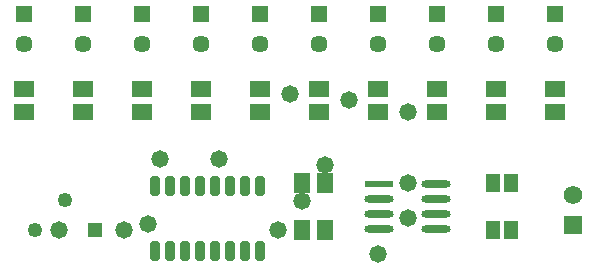
<source format=gts>
G04*
G04 #@! TF.GenerationSoftware,Altium Limited,Altium Designer,25.1.2 (22)*
G04*
G04 Layer_Color=8388736*
%FSLAX44Y44*%
%MOMM*%
G71*
G04*
G04 #@! TF.SameCoordinates,AD346B73-5CDA-477C-9317-97912F4A6BFF*
G04*
G04*
G04 #@! TF.FilePolarity,Negative*
G04*
G01*
G75*
G04:AMPARAMS|DCode=15|XSize=2.4692mm|YSize=0.6221mm|CornerRadius=0.3111mm|HoleSize=0mm|Usage=FLASHONLY|Rotation=0.000|XOffset=0mm|YOffset=0mm|HoleType=Round|Shape=RoundedRectangle|*
%AMROUNDEDRECTD15*
21,1,2.4692,0.0000,0,0,0.0*
21,1,1.8470,0.6221,0,0,0.0*
1,1,0.6221,0.9235,0.0000*
1,1,0.6221,-0.9235,0.0000*
1,1,0.6221,-0.9235,0.0000*
1,1,0.6221,0.9235,0.0000*
%
%ADD15ROUNDEDRECTD15*%
%ADD16R,2.4692X0.6221*%
%ADD20R,1.2032X1.5032*%
%ADD21R,1.6532X1.4032*%
%ADD22R,1.4032X1.6532*%
G04:AMPARAMS|DCode=23|XSize=0.8032mm|YSize=1.6532mm|CornerRadius=0.1526mm|HoleSize=0mm|Usage=FLASHONLY|Rotation=0.000|XOffset=0mm|YOffset=0mm|HoleType=Round|Shape=RoundedRectangle|*
%AMROUNDEDRECTD23*
21,1,0.8032,1.3480,0,0,0.0*
21,1,0.4980,1.6532,0,0,0.0*
1,1,0.3052,0.2490,-0.6740*
1,1,0.3052,-0.2490,-0.6740*
1,1,0.3052,-0.2490,0.6740*
1,1,0.3052,0.2490,0.6740*
%
%ADD23ROUNDEDRECTD23*%
%ADD24C,1.4500*%
%ADD25R,1.4500X1.4500*%
%ADD26C,1.5700*%
%ADD27R,1.5700X1.5700*%
%ADD28C,1.2500*%
%ADD29R,1.2500X1.2500*%
%ADD30C,1.4732*%
D15*
X379136Y99050D02*
D03*
Y86350D02*
D03*
Y73650D02*
D03*
Y60950D02*
D03*
X330864D02*
D03*
Y73650D02*
D03*
Y86350D02*
D03*
D16*
Y99050D02*
D03*
D20*
X442500Y100000D02*
D03*
X427500D02*
D03*
X442500Y60000D02*
D03*
X427500D02*
D03*
D21*
X30000Y180000D02*
D03*
Y160000D02*
D03*
X80000Y180000D02*
D03*
Y160000D02*
D03*
X130000Y180000D02*
D03*
Y160000D02*
D03*
X180000Y180000D02*
D03*
Y160000D02*
D03*
X230000Y180000D02*
D03*
Y160000D02*
D03*
X280000Y180000D02*
D03*
Y160000D02*
D03*
X330000Y180000D02*
D03*
Y160000D02*
D03*
X380000Y180000D02*
D03*
Y160000D02*
D03*
X430000Y180000D02*
D03*
Y160000D02*
D03*
X480000Y180000D02*
D03*
Y160000D02*
D03*
D22*
X285000Y100000D02*
D03*
X265000D02*
D03*
Y60000D02*
D03*
X285000D02*
D03*
D23*
X229450Y97250D02*
D03*
X216750D02*
D03*
X204050D02*
D03*
X191350D02*
D03*
X178650D02*
D03*
X165950D02*
D03*
X153250D02*
D03*
X140550D02*
D03*
X229450Y42750D02*
D03*
X216750D02*
D03*
X204050D02*
D03*
X191350D02*
D03*
X178650D02*
D03*
X165950D02*
D03*
X153250D02*
D03*
X140550D02*
D03*
D24*
X30000Y217300D02*
D03*
X80000D02*
D03*
X130000D02*
D03*
X180000D02*
D03*
X230000D02*
D03*
X280000D02*
D03*
X330000D02*
D03*
X380000D02*
D03*
X430000D02*
D03*
X480000D02*
D03*
D25*
X30000Y242700D02*
D03*
X80000D02*
D03*
X130000D02*
D03*
X180000D02*
D03*
X230000D02*
D03*
X280000D02*
D03*
X330000D02*
D03*
X380000D02*
D03*
X430000D02*
D03*
X480000D02*
D03*
D26*
X495000Y90000D02*
D03*
D27*
Y64600D02*
D03*
D28*
X65000Y85550D02*
D03*
X39600Y60150D02*
D03*
D29*
X90400D02*
D03*
D30*
X330000Y40000D02*
D03*
X355000Y100150D02*
D03*
Y70000D02*
D03*
X145000Y120000D02*
D03*
X135000Y65000D02*
D03*
X60000Y60000D02*
D03*
X115000D02*
D03*
X265000Y85000D02*
D03*
X285000Y115000D02*
D03*
X245000Y60000D02*
D03*
X255000Y175000D02*
D03*
X305000Y170000D02*
D03*
X195000Y120000D02*
D03*
X355000Y160000D02*
D03*
M02*

</source>
